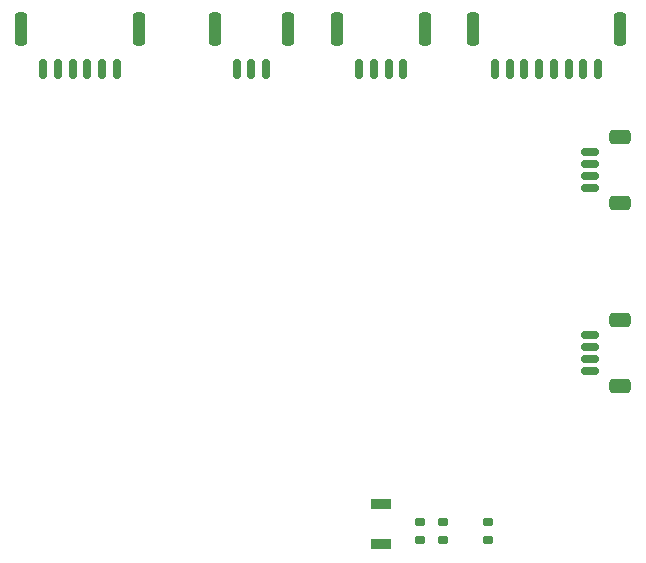
<source format=gbr>
%TF.GenerationSoftware,KiCad,Pcbnew,(5.99.0-9885-g7a8abcadd2)*%
%TF.CreationDate,2021-03-24T01:14:47-05:00*%
%TF.ProjectId,24_control_board,32345f63-6f6e-4747-926f-6c5f626f6172,rev?*%
%TF.SameCoordinates,Original*%
%TF.FileFunction,Paste,Top*%
%TF.FilePolarity,Positive*%
%FSLAX46Y46*%
G04 Gerber Fmt 4.6, Leading zero omitted, Abs format (unit mm)*
G04 Created by KiCad (PCBNEW (5.99.0-9885-g7a8abcadd2)) date 2021-03-24 01:14:47*
%MOMM*%
%LPD*%
G01*
G04 APERTURE LIST*
G04 Aperture macros list*
%AMRoundRect*
0 Rectangle with rounded corners*
0 $1 Rounding radius*
0 $2 $3 $4 $5 $6 $7 $8 $9 X,Y pos of 4 corners*
0 Add a 4 corners polygon primitive as box body*
4,1,4,$2,$3,$4,$5,$6,$7,$8,$9,$2,$3,0*
0 Add four circle primitives for the rounded corners*
1,1,$1+$1,$2,$3*
1,1,$1+$1,$4,$5*
1,1,$1+$1,$6,$7*
1,1,$1+$1,$8,$9*
0 Add four rect primitives between the rounded corners*
20,1,$1+$1,$2,$3,$4,$5,0*
20,1,$1+$1,$4,$5,$6,$7,0*
20,1,$1+$1,$6,$7,$8,$9,0*
20,1,$1+$1,$8,$9,$2,$3,0*%
G04 Aperture macros list end*
%ADD10RoundRect,0.150000X0.300000X-0.150000X0.300000X0.150000X-0.300000X0.150000X-0.300000X-0.150000X0*%
%ADD11RoundRect,0.150000X-0.150000X-0.700000X0.150000X-0.700000X0.150000X0.700000X-0.150000X0.700000X0*%
%ADD12RoundRect,0.250000X-0.250000X-1.150000X0.250000X-1.150000X0.250000X1.150000X-0.250000X1.150000X0*%
%ADD13RoundRect,0.150000X-0.625000X0.150000X-0.625000X-0.150000X0.625000X-0.150000X0.625000X0.150000X0*%
%ADD14RoundRect,0.250000X-0.650000X0.350000X-0.650000X-0.350000X0.650000X-0.350000X0.650000X0.350000X0*%
%ADD15R,1.700000X0.900000*%
G04 APERTURE END LIST*
D10*
%TO.C,D501*%
X146000000Y-116350000D03*
X146000000Y-114850000D03*
%TD*%
%TO.C,D502*%
X142250000Y-116350000D03*
X142250000Y-114850000D03*
%TD*%
%TO.C,D503*%
X140250000Y-116350000D03*
X140250000Y-114850000D03*
%TD*%
D11*
%TO.C,P101*%
X146625000Y-76450000D03*
X147875000Y-76450000D03*
X149125000Y-76450000D03*
X150375000Y-76450000D03*
X151625000Y-76450000D03*
X152875000Y-76450000D03*
X154125000Y-76450000D03*
X155375000Y-76450000D03*
D12*
X144775000Y-73100000D03*
X157225000Y-73100000D03*
%TD*%
D11*
%TO.C,P102*%
X135125000Y-76450000D03*
X136375000Y-76450000D03*
X137625000Y-76450000D03*
X138875000Y-76450000D03*
D12*
X133275000Y-73100000D03*
X140725000Y-73100000D03*
%TD*%
D13*
%TO.C,P103*%
X154675000Y-83500000D03*
X154675000Y-84500000D03*
X154675000Y-85500000D03*
X154675000Y-86500000D03*
D14*
X157200000Y-87800000D03*
X157200000Y-82200000D03*
%TD*%
D13*
%TO.C,P501*%
X154675000Y-99000000D03*
X154675000Y-100000000D03*
X154675000Y-101000000D03*
X154675000Y-102000000D03*
D14*
X157200000Y-103300000D03*
X157200000Y-97700000D03*
%TD*%
D15*
%TO.C,SW501*%
X137000000Y-116700000D03*
X137000000Y-113300000D03*
%TD*%
D11*
%TO.C,P110*%
X108375000Y-76450000D03*
X109625000Y-76450000D03*
X110875000Y-76450000D03*
X112125000Y-76450000D03*
X113375000Y-76450000D03*
X114625000Y-76450000D03*
D12*
X116475000Y-73100000D03*
X106525000Y-73100000D03*
%TD*%
D11*
%TO.C,J1*%
X124750000Y-76450000D03*
X126000000Y-76450000D03*
X127250000Y-76450000D03*
D12*
X129100000Y-73100000D03*
X122900000Y-73100000D03*
%TD*%
M02*

</source>
